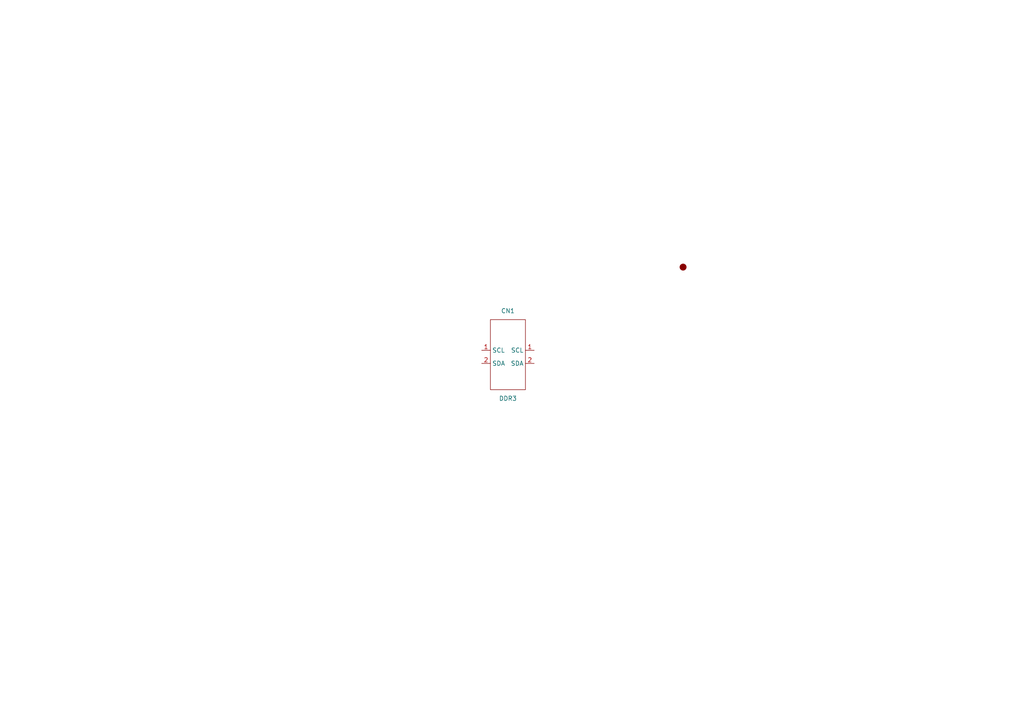
<source format=kicad_sch>
(kicad_sch (version 20211123) (generator eeschema)
  (paper "A4")
  (title_block (title "DDR3 DIMM") (date "2022-06-19") (rev "v01.0") (comment 2 "creativecommons.org/licenses/by/4.0") (comment 3 "License: CC BY 4.0") (comment 4 "Author: Husni Faiz"))
  (lib_symbols
    (symbol "DIMM:DDR3"
      (property "Reference" "CN" (at 0 11.43 0))
      (property "Value" "DDR3" (at 0 -11.43 0))
      (symbol "DDR3_0_1"
        (rectangle (start -5.08 10.16) (end 5.08 -10.16))
        (rectangle (start 50.8 25.4) (end 50.8 25.4))
        (rectangle (start 50.8 25.4) (end 50.8 25.4))
        (rectangle (start 50.8 25.4) (end 50.8 25.4))
        (rectangle (start 50.8 25.4) (end 50.8 25.4))
        (rectangle (start 50.8 25.4) (end 50.8 25.4))
        (rectangle (start 50.8 25.4) (end 50.8 25.4))
        (rectangle (start 50.8 25.4) (end 50.8 25.4))
        (rectangle (start 50.8 25.4) (end 50.8 25.4))
        (rectangle (start 50.8 25.4) (end 50.8 25.4))
        (rectangle (start 50.8 25.4) (end 50.8 25.4))
        (rectangle (start 50.8 25.4) (end 50.8 25.4))
        (rectangle (start 50.8 25.4) (end 50.8 25.4) (stroke (width 2)))
      )
      (symbol "DDR3_1_1"
        (pin input line (at -7.62 1.27 0) (length 2.54) (name "SCL") (number "1"))
        (pin input line (at 7.62 1.27 180) (length 2.54) (name "SCL") (number "1"))
        (pin input line (at -7.62 -2.54 0) (length 2.54) (name "SDA") (number "2"))
        (pin input line (at 7.62 -2.54 180) (length 2.54) (name "SDA") (number "2"))
      )
    )
  )
  (symbol (lib_id "DIMM:DDR3") (at 147.32 102.87 0) (unit 1)
    (property "Reference" "CN1" (at 147.32 90.17 0))
    (property "Value" "DDR3" (at 147.32 115.57 0))
    (property "Footprint" "DIMM:ICMDDR3-DIMM" (effects hide))
  )
)
</source>
